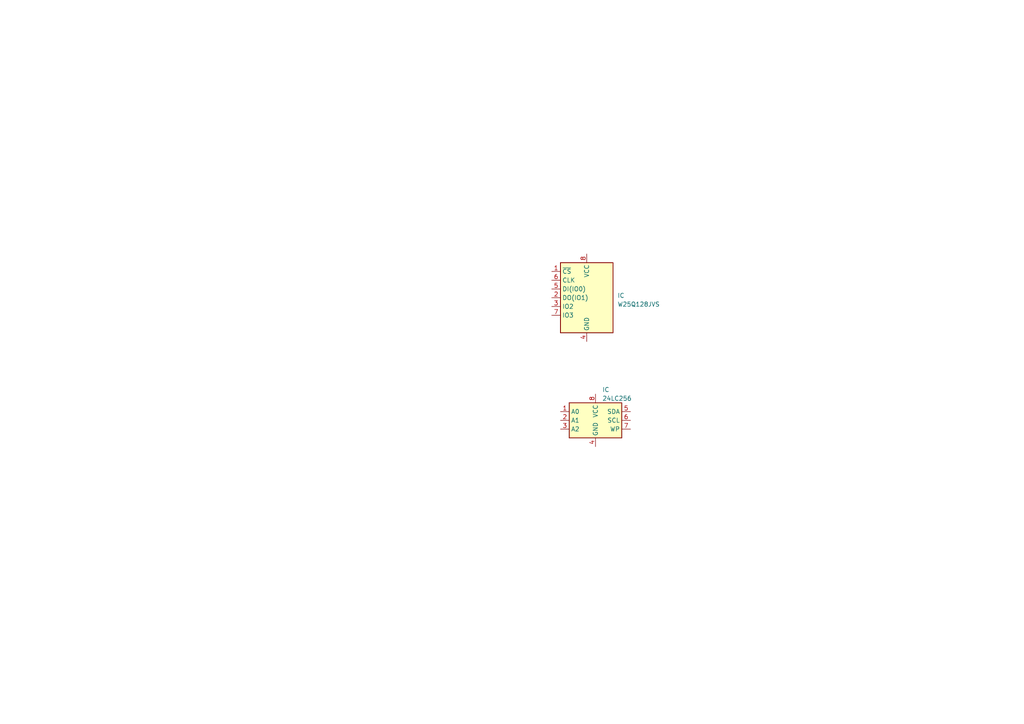
<source format=kicad_sch>
(kicad_sch (version 20230121) (generator eeschema)
  (paper "A4")
  (lib_symbols
    (symbol "Memory_EEPROM:24LC256"
      (property "Reference" "U" (at -6.35 6.35 0))
      (property "Value" "24LC256" (at 1.27 6.35 0))
      (symbol "24LC256_1_1"
        (rectangle (start -7.62 5.08) (end 7.62 -5.08) (stroke (width 0.254)) (fill (type background)))
        (pin input line (at -10.16 2.54 0) (length 2.54) (name "A0") (number "1"))
        (pin input line (at -10.16 0 0) (length 2.54) (name "A1") (number "2"))
        (pin input line (at -10.16 -2.54 0) (length 2.54) (name "A2") (number "3"))
        (pin power_in line (at 0 -7.62 90) (length 2.54) (name "GND") (number "4"))
        (pin bidirectional line (at 10.16 2.54 180) (length 2.54) (name "SDA") (number "5"))
        (pin input line (at 10.16 0 180) (length 2.54) (name "SCL") (number "6"))
        (pin input line (at 10.16 -2.54 180) (length 2.54) (name "WP") (number "7"))
        (pin power_in line (at 0 7.62 270) (length 2.54) (name "VCC") (number "8"))
      )
    )
    (symbol "Memory_Flash:W25Q128JVS"
      (property "Reference" "U" (at -8.89 8.89 0))
      (property "Value" "W25Q128JVS" (at 7.62 8.89 0))
      (symbol "W25Q128JVS_0_1"
        (rectangle (start -7.62 10.16) (end 7.62 -10.16) (stroke (width 0.254)) (fill (type background)))
      )
      (symbol "W25Q128JVS_1_1"
        (pin input line (at -10.16 7.62 0) (length 2.54) (name "~{CS}") (number "1"))
        (pin bidirectional line (at -10.16 0 0) (length 2.54) (name "DO(IO1)") (number "2"))
        (pin bidirectional line (at -10.16 -2.54 0) (length 2.54) (name "IO2") (number "3"))
        (pin power_in line (at 0 -12.7 90) (length 2.54) (name "GND") (number "4"))
        (pin bidirectional line (at -10.16 2.54 0) (length 2.54) (name "DI(IO0)") (number "5"))
        (pin input line (at -10.16 5.08 0) (length 2.54) (name "CLK") (number "6"))
        (pin bidirectional line (at -10.16 -5.08 0) (length 2.54) (name "IO3") (number "7"))
        (pin power_in line (at 0 12.7 270) (length 2.54) (name "VCC") (number "8"))
      )
    )
  )
  (symbol (lib_id "Memory_Flash:W25Q128JVS") (at 170.18 86.36 0) (unit 1)
    (property "Reference" "IC" (at 179.07 85.725 0) (effects (justify left)))
    (property "Value" "W25Q128JVS" (at 179.07 88.265 0) (effects (justify left)))
    (property "Footprint" "Package_SO:SOIC-8_5.23x5.23mm_P1.27mm" (effects hide))
    (property "Datasheet" "http://www.winbond.com/resource-files/w25q128jv_dtr%20revc%2003272018%20plus.pdf" (effects hide))
  )
  (symbol (lib_id "Memory_EEPROM:24LC256") (at 172.72 121.92 0) (unit 1)
    (property "Reference" "IC" (at 174.6759 113.03 0) (effects (justify left)))
    (property "Value" "24LC256" (at 174.6759 115.57 0) (effects (justify left)))
    (property "Datasheet" "http://ww1.microchip.com/downloads/en/devicedoc/21203m.pdf" (effects hide))
  )
)
</source>
